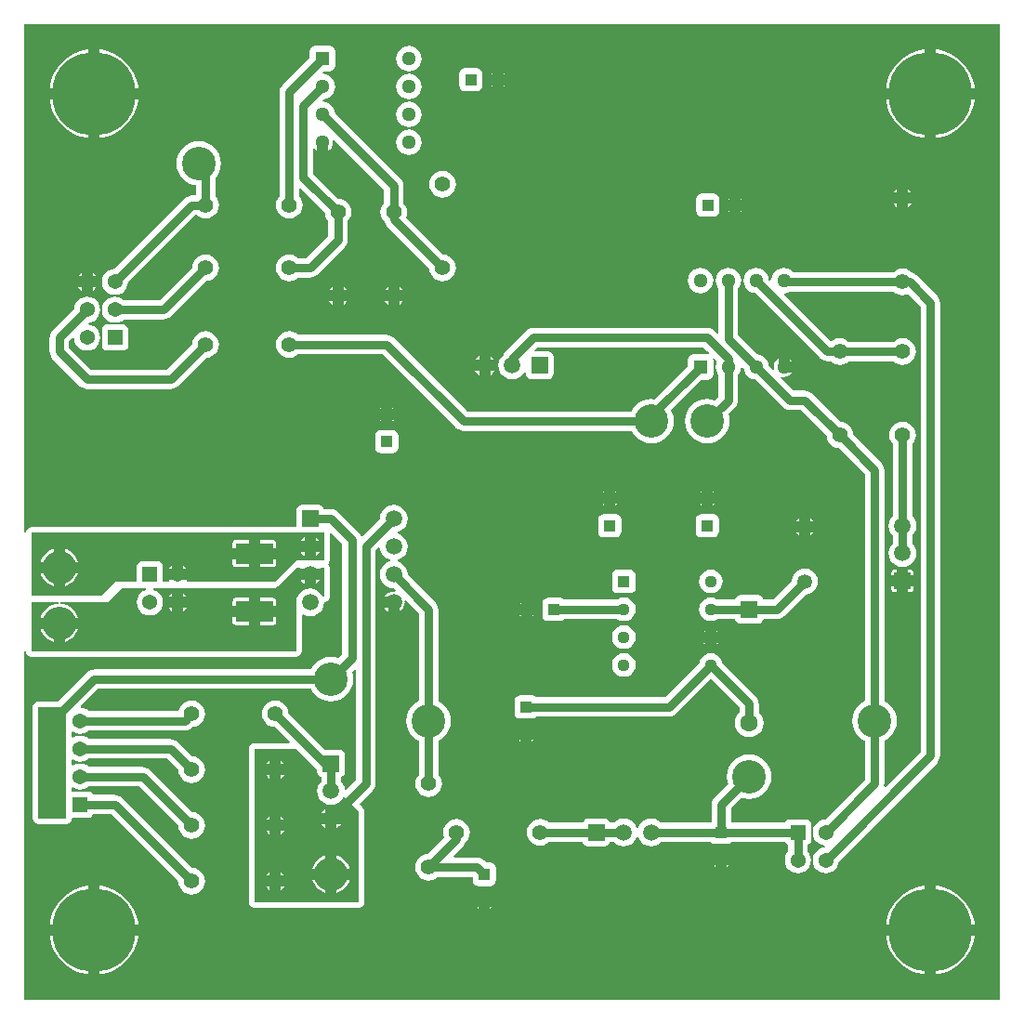
<source format=gbr>
G04 Layer_Physical_Order=1*
G04 Layer_Color=255*
%FSLAX23Y23*%
%MOIN*%
%TF.FileFunction,Copper,L1,Top,Signal*%
%TF.Part,Single*%
G01*
G75*
%TA.AperFunction,SMDPad,CuDef*%
%ADD10R,0.135X0.076*%
%TA.AperFunction,Conductor*%
%ADD11C,0.030*%
%ADD12R,0.100X0.400*%
%TA.AperFunction,ViaPad*%
%ADD13C,0.300*%
%ADD14C,0.120*%
%TA.AperFunction,ComponentPad*%
%ADD15R,0.043X0.043*%
%ADD16C,0.043*%
%ADD17R,0.043X0.043*%
%ADD18C,0.055*%
%ADD19C,0.059*%
%ADD20R,0.059X0.059*%
%ADD21C,0.054*%
%ADD22R,0.054X0.054*%
%ADD23R,0.059X0.059*%
%ADD24C,0.051*%
%ADD25R,0.051X0.051*%
%ADD26R,0.051X0.051*%
%ADD27C,0.044*%
%ADD28R,0.044X0.044*%
%ADD29C,0.059*%
%ADD30R,0.059X0.059*%
%ADD31C,0.063*%
%ADD32R,0.063X0.063*%
%ADD33C,0.053*%
G36*
X2075Y2575D02*
X1975D01*
X1900Y2500D01*
X1583D01*
X1581Y2504D01*
X1581Y2505D01*
X1550D01*
X1519D01*
X1519Y2504D01*
X1517Y2500D01*
X1497D01*
Y2552D01*
X1496Y2560D01*
X1491Y2566D01*
X1485Y2571D01*
X1477Y2572D01*
X1423D01*
X1415Y2571D01*
X1409Y2566D01*
X1404Y2560D01*
X1403Y2552D01*
Y2500D01*
X1325D01*
X1275Y2450D01*
X1025Y2450D01*
X1025Y2675D01*
X1750Y2675D01*
X2075Y2675D01*
Y2575D01*
D02*
G37*
G36*
X4500Y1000D02*
X1000D01*
Y2250D01*
X1005Y2250D01*
X1006Y2242D01*
X1011Y2236D01*
X1017Y2231D01*
X1025Y2230D01*
X1975D01*
X1983Y2231D01*
X1989Y2236D01*
X1994Y2242D01*
X1995Y2250D01*
Y2380D01*
X2000Y2383D01*
X2000Y2382D01*
X2012Y2377D01*
X2025Y2375D01*
X2038Y2377D01*
X2050Y2382D01*
X2060Y2390D01*
X2068Y2400D01*
X2073Y2412D01*
X2075Y2425D01*
X2075Y2425D01*
X2079Y2426D01*
X2081Y2427D01*
X2083Y2427D01*
X2084Y2428D01*
X2086Y2429D01*
X2088Y2431D01*
X2089Y2432D01*
X2090Y2433D01*
X2092Y2435D01*
X2092Y2437D01*
X2094Y2438D01*
X2094Y2440D01*
X2095Y2442D01*
Y2444D01*
X2095Y2446D01*
Y2550D01*
X2094Y2558D01*
X2090Y2562D01*
X2094Y2567D01*
X2095Y2575D01*
Y2673D01*
X2100Y2676D01*
X2140Y2636D01*
Y2239D01*
X2126Y2225D01*
X2116Y2229D01*
X2100Y2230D01*
X2084Y2229D01*
X2069Y2224D01*
X2056Y2217D01*
X2043Y2207D01*
X2033Y2194D01*
X2028Y2185D01*
X1250D01*
X1245Y2184D01*
X1241Y2184D01*
X1237Y2182D01*
X1233Y2180D01*
X1225Y2175D01*
X1121Y2070D01*
X1050D01*
X1042Y2069D01*
X1036Y2064D01*
X1031Y2058D01*
X1030Y2050D01*
Y1650D01*
X1031Y1642D01*
X1036Y1636D01*
X1042Y1631D01*
X1050Y1630D01*
X1150D01*
X1158Y1631D01*
X1164Y1636D01*
X1169Y1642D01*
X1170Y1649D01*
X1173Y1653D01*
X1227D01*
X1235Y1654D01*
X1241Y1659D01*
X1245Y1665D01*
X1311D01*
X1553Y1423D01*
X1554Y1413D01*
X1559Y1401D01*
X1566Y1391D01*
X1576Y1384D01*
X1588Y1379D01*
X1600Y1377D01*
X1612Y1379D01*
X1624Y1384D01*
X1634Y1391D01*
X1641Y1401D01*
X1646Y1413D01*
X1648Y1425D01*
X1646Y1437D01*
X1641Y1449D01*
X1634Y1459D01*
X1624Y1466D01*
X1612Y1471D01*
X1602Y1472D01*
X1350Y1725D01*
X1342Y1730D01*
X1334Y1734D01*
X1330Y1734D01*
X1325Y1735D01*
X1245D01*
X1241Y1741D01*
X1235Y1746D01*
X1227Y1747D01*
X1173D01*
X1170Y1749D01*
Y1759D01*
X1175Y1761D01*
X1176Y1759D01*
X1188Y1755D01*
X1200Y1753D01*
X1212Y1755D01*
X1224Y1759D01*
X1231Y1765D01*
X1411D01*
X1553Y1623D01*
X1554Y1613D01*
X1559Y1601D01*
X1566Y1591D01*
X1576Y1584D01*
X1588Y1579D01*
X1600Y1577D01*
X1612Y1579D01*
X1624Y1584D01*
X1634Y1591D01*
X1641Y1601D01*
X1646Y1613D01*
X1648Y1625D01*
X1646Y1637D01*
X1641Y1649D01*
X1634Y1659D01*
X1624Y1666D01*
X1612Y1671D01*
X1602Y1672D01*
X1450Y1825D01*
X1442Y1830D01*
X1434Y1834D01*
X1430Y1834D01*
X1425Y1835D01*
X1231D01*
X1224Y1841D01*
X1212Y1845D01*
X1200Y1847D01*
X1188Y1845D01*
X1176Y1841D01*
X1175Y1839D01*
X1170Y1841D01*
Y1859D01*
X1175Y1861D01*
X1176Y1859D01*
X1188Y1855D01*
X1200Y1853D01*
X1212Y1855D01*
X1224Y1859D01*
X1231Y1865D01*
X1511D01*
X1553Y1823D01*
X1554Y1813D01*
X1559Y1801D01*
X1566Y1791D01*
X1576Y1784D01*
X1588Y1779D01*
X1600Y1777D01*
X1612Y1779D01*
X1624Y1784D01*
X1634Y1791D01*
X1641Y1801D01*
X1646Y1813D01*
X1648Y1825D01*
X1646Y1837D01*
X1641Y1849D01*
X1634Y1859D01*
X1624Y1866D01*
X1612Y1871D01*
X1602Y1872D01*
X1550Y1925D01*
X1542Y1930D01*
X1534Y1934D01*
X1530Y1934D01*
X1525Y1935D01*
X1231D01*
X1224Y1941D01*
X1212Y1945D01*
X1200Y1947D01*
X1188Y1945D01*
X1176Y1941D01*
X1175Y1939D01*
X1170Y1941D01*
Y1959D01*
X1175Y1961D01*
X1176Y1959D01*
X1188Y1955D01*
X1200Y1953D01*
X1212Y1955D01*
X1224Y1959D01*
X1231Y1965D01*
X1575D01*
X1580Y1966D01*
X1584Y1966D01*
X1592Y1970D01*
X1600Y1975D01*
X1602Y1978D01*
X1612Y1979D01*
X1624Y1984D01*
X1634Y1991D01*
X1641Y2001D01*
X1646Y2013D01*
X1648Y2025D01*
X1646Y2037D01*
X1641Y2049D01*
X1634Y2059D01*
X1624Y2066D01*
X1612Y2071D01*
X1600Y2073D01*
X1588Y2071D01*
X1576Y2066D01*
X1566Y2059D01*
X1559Y2049D01*
X1554Y2037D01*
X1554Y2035D01*
X1231D01*
X1224Y2041D01*
X1212Y2045D01*
X1203Y2047D01*
X1201Y2052D01*
X1264Y2115D01*
X2028D01*
X2033Y2106D01*
X2043Y2093D01*
X2056Y2083D01*
X2069Y2076D01*
X2084Y2071D01*
X2100Y2070D01*
X2116Y2071D01*
X2131Y2076D01*
X2144Y2083D01*
X2157Y2093D01*
X2167Y2106D01*
X2174Y2119D01*
X2179Y2134D01*
X2180Y2150D01*
X2179Y2166D01*
X2175Y2176D01*
X2185Y2186D01*
X2190Y2184D01*
Y1789D01*
X2154Y1753D01*
X2149Y1755D01*
X2148Y1761D01*
X2143Y1773D01*
X2135Y1784D01*
X2135Y1784D01*
Y1798D01*
X2137Y1799D01*
X2144Y1803D01*
X2148Y1809D01*
X2150Y1817D01*
Y1877D01*
X2148Y1884D01*
X2144Y1891D01*
X2137Y1895D01*
X2130Y1897D01*
X2078D01*
X1947Y2027D01*
X1946Y2037D01*
X1941Y2049D01*
X1934Y2059D01*
X1924Y2066D01*
X1912Y2071D01*
X1900Y2073D01*
X1888Y2071D01*
X1876Y2066D01*
X1866Y2059D01*
X1859Y2049D01*
X1854Y2037D01*
X1852Y2025D01*
X1854Y2013D01*
X1859Y2001D01*
X1866Y1991D01*
X1876Y1984D01*
X1888Y1979D01*
X1898Y1978D01*
X1951Y1925D01*
X1949Y1920D01*
X1825D01*
X1817Y1919D01*
X1811Y1914D01*
X1806Y1908D01*
X1805Y1900D01*
Y1350D01*
X1806Y1342D01*
X1811Y1336D01*
X1817Y1331D01*
X1825Y1330D01*
X2200Y1330D01*
X2208Y1331D01*
X2214Y1336D01*
X2219Y1342D01*
X2220Y1350D01*
Y1675D01*
X2219Y1683D01*
X2214Y1689D01*
X2201Y1702D01*
X2250Y1750D01*
X2255Y1758D01*
X2259Y1766D01*
X2260Y1775D01*
Y2611D01*
X2271Y2621D01*
X2276Y2620D01*
X2277Y2612D01*
X2282Y2600D01*
X2290Y2590D01*
X2300Y2582D01*
X2311Y2578D01*
X2311Y2577D01*
Y2573D01*
X2311Y2572D01*
X2300Y2568D01*
X2290Y2560D01*
X2282Y2550D01*
X2277Y2538D01*
X2275Y2525D01*
X2277Y2512D01*
X2282Y2500D01*
X2290Y2490D01*
X2300Y2482D01*
X2312Y2477D01*
X2325Y2475D01*
X2325Y2475D01*
X2331Y2469D01*
X2329Y2464D01*
X2325Y2465D01*
X2315Y2463D01*
X2305Y2460D01*
X2297Y2453D01*
X2291Y2445D01*
X2325D01*
Y2425D01*
X2345D01*
Y2391D01*
X2353Y2397D01*
X2360Y2405D01*
X2363Y2415D01*
X2365Y2425D01*
X2364Y2429D01*
X2369Y2431D01*
X2415Y2386D01*
Y2072D01*
X2406Y2067D01*
X2393Y2057D01*
X2383Y2044D01*
X2376Y2031D01*
X2371Y2016D01*
X2370Y2000D01*
X2371Y1984D01*
X2376Y1969D01*
X2383Y1956D01*
X2393Y1943D01*
X2406Y1933D01*
X2415Y1928D01*
Y1807D01*
X2409Y1799D01*
X2404Y1787D01*
X2402Y1775D01*
X2404Y1763D01*
X2409Y1751D01*
X2416Y1741D01*
X2426Y1734D01*
X2438Y1729D01*
X2450Y1727D01*
X2462Y1729D01*
X2474Y1734D01*
X2484Y1741D01*
X2491Y1751D01*
X2496Y1763D01*
X2498Y1775D01*
X2496Y1787D01*
X2491Y1799D01*
X2485Y1807D01*
Y1928D01*
X2494Y1933D01*
X2507Y1943D01*
X2517Y1956D01*
X2524Y1969D01*
X2529Y1984D01*
X2530Y2000D01*
X2529Y2016D01*
X2524Y2031D01*
X2517Y2044D01*
X2507Y2057D01*
X2494Y2067D01*
X2485Y2072D01*
Y2400D01*
X2484Y2409D01*
X2480Y2417D01*
X2475Y2425D01*
X2375Y2525D01*
X2375Y2525D01*
X2373Y2538D01*
X2368Y2550D01*
X2360Y2560D01*
X2350Y2568D01*
X2339Y2572D01*
X2339Y2573D01*
Y2577D01*
X2339Y2578D01*
X2350Y2582D01*
X2360Y2590D01*
X2368Y2600D01*
X2373Y2612D01*
X2375Y2625D01*
X2373Y2638D01*
X2368Y2650D01*
X2360Y2660D01*
X2350Y2668D01*
X2339Y2672D01*
X2339Y2673D01*
Y2677D01*
X2339Y2678D01*
X2350Y2682D01*
X2360Y2690D01*
X2368Y2700D01*
X2373Y2712D01*
X2375Y2725D01*
X2373Y2738D01*
X2368Y2750D01*
X2360Y2760D01*
X2350Y2768D01*
X2338Y2773D01*
X2325Y2775D01*
X2312Y2773D01*
X2300Y2768D01*
X2290Y2760D01*
X2282Y2750D01*
X2277Y2738D01*
X2275Y2725D01*
X2275Y2725D01*
X2213Y2662D01*
X2207Y2663D01*
X2205Y2667D01*
X2200Y2675D01*
X2125Y2750D01*
X2117Y2755D01*
X2109Y2759D01*
X2105Y2759D01*
X2100Y2760D01*
X2073D01*
X2073Y2762D01*
X2069Y2769D01*
X2062Y2773D01*
X2055Y2775D01*
X1995D01*
X1988Y2773D01*
X1981Y2769D01*
X1977Y2762D01*
X1975Y2754D01*
Y2695D01*
X1975Y2695D01*
X1750Y2695D01*
X1025Y2695D01*
X1017Y2694D01*
X1011Y2689D01*
X1006Y2683D01*
X1005Y2675D01*
X1000Y2675D01*
Y4500D01*
X4500D01*
Y1000D01*
D02*
G37*
G36*
X2050Y1825D02*
Y1817D01*
X2052Y1809D01*
X2056Y1803D01*
X2063Y1799D01*
X2065Y1798D01*
Y1784D01*
X2065Y1784D01*
X2057Y1773D01*
X2052Y1761D01*
X2050Y1748D01*
X2052Y1736D01*
X2057Y1724D01*
X2065Y1713D01*
X2075Y1705D01*
X2087Y1700D01*
X2100Y1699D01*
X2113Y1700D01*
X2125Y1705D01*
X2135Y1713D01*
X2143Y1724D01*
X2144Y1725D01*
X2149Y1726D01*
X2200Y1675D01*
Y1350D01*
X1825Y1350D01*
Y1900D01*
X1975D01*
X2050Y1825D01*
D02*
G37*
G36*
X2075Y2446D02*
X2070Y2445D01*
X2068Y2450D01*
X2060Y2460D01*
X2050Y2468D01*
X2038Y2473D01*
X2025Y2475D01*
X2012Y2473D01*
X2000Y2468D01*
X1990Y2460D01*
X1982Y2450D01*
X1977Y2438D01*
X1975Y2425D01*
X1975D01*
Y2250D01*
X1025D01*
Y2425D01*
X1121D01*
X1122Y2420D01*
X1111Y2419D01*
X1098Y2415D01*
X1086Y2408D01*
X1075Y2400D01*
X1067Y2389D01*
X1060Y2377D01*
X1058Y2370D01*
X1125D01*
X1192D01*
X1190Y2377D01*
X1183Y2389D01*
X1175Y2400D01*
X1164Y2408D01*
X1152Y2415D01*
X1139Y2419D01*
X1128Y2420D01*
X1129Y2425D01*
X1300D01*
X1350Y2475D01*
X1436D01*
X1437Y2470D01*
X1426Y2466D01*
X1417Y2458D01*
X1409Y2449D01*
X1405Y2437D01*
X1403Y2425D01*
X1405Y2413D01*
X1409Y2401D01*
X1417Y2392D01*
X1426Y2384D01*
X1438Y2380D01*
X1450Y2378D01*
X1462Y2380D01*
X1474Y2384D01*
X1483Y2392D01*
X1491Y2401D01*
X1495Y2413D01*
X1497Y2425D01*
X1495Y2437D01*
X1491Y2449D01*
X1483Y2458D01*
X1474Y2466D01*
X1463Y2470D01*
X1464Y2475D01*
X1900D01*
X1906Y2481D01*
X1908Y2481D01*
X1914Y2486D01*
X1978Y2550D01*
X1989D01*
X1991Y2546D01*
X1991Y2545D01*
X2059D01*
X2059Y2546D01*
X2061Y2550D01*
X2075D01*
Y2446D01*
D02*
G37*
%LPC*%
G36*
X1105Y2530D02*
X1058D01*
X1060Y2523D01*
X1067Y2511D01*
X1075Y2500D01*
X1086Y2492D01*
X1098Y2485D01*
X1105Y2483D01*
Y2530D01*
D02*
G37*
G36*
X1192D02*
X1145D01*
Y2483D01*
X1152Y2485D01*
X1164Y2492D01*
X1175Y2500D01*
X1183Y2511D01*
X1190Y2523D01*
X1192Y2530D01*
D02*
G37*
G36*
X1530Y2556D02*
X1524Y2551D01*
X1519Y2545D01*
X1530D01*
Y2556D01*
D02*
G37*
G36*
X1570D02*
Y2545D01*
X1581D01*
X1576Y2551D01*
X1570Y2556D01*
D02*
G37*
G36*
X2045Y2659D02*
Y2645D01*
X2059D01*
X2053Y2653D01*
X2045Y2659D01*
D02*
G37*
G36*
X1105Y2617D02*
X1098Y2615D01*
X1086Y2608D01*
X1075Y2600D01*
X1067Y2589D01*
X1060Y2577D01*
X1058Y2570D01*
X1105D01*
Y2617D01*
D02*
G37*
G36*
X1145D02*
Y2570D01*
X1192D01*
X1190Y2577D01*
X1183Y2589D01*
X1175Y2600D01*
X1164Y2608D01*
X1152Y2615D01*
X1145Y2617D01*
D02*
G37*
G36*
X1805Y2580D02*
X1747D01*
Y2562D01*
X1748Y2558D01*
X1750Y2555D01*
X1754Y2552D01*
X1758Y2552D01*
X1805D01*
Y2580D01*
D02*
G37*
G36*
X1903D02*
X1845D01*
Y2552D01*
X1892D01*
X1896Y2552D01*
X1900Y2555D01*
X1902Y2558D01*
X1903Y2562D01*
Y2580D01*
D02*
G37*
G36*
X1892Y2648D02*
X1845D01*
Y2620D01*
X1903D01*
Y2638D01*
X1902Y2642D01*
X1900Y2645D01*
X1896Y2648D01*
X1892Y2648D01*
D02*
G37*
G36*
X2005Y2659D02*
X1997Y2653D01*
X1991Y2645D01*
X2005D01*
Y2659D01*
D02*
G37*
G36*
X1805Y2648D02*
X1758D01*
X1754Y2648D01*
X1750Y2645D01*
X1748Y2642D01*
X1747Y2638D01*
Y2620D01*
X1805D01*
Y2648D01*
D02*
G37*
G36*
X2005Y2605D02*
X1991D01*
X1997Y2597D01*
X2005Y2591D01*
Y2605D01*
D02*
G37*
G36*
X2059D02*
X2045D01*
Y2591D01*
X2053Y2597D01*
X2059Y2605D01*
D02*
G37*
G36*
X3483Y2325D02*
Y2320D01*
X3488D01*
X3486Y2323D01*
X3483Y2325D01*
D02*
G37*
G36*
X3443D02*
X3440Y2323D01*
X3437Y2320D01*
X3443D01*
Y2325D01*
D02*
G37*
G36*
X2305Y2405D02*
X2291D01*
X2297Y2397D01*
X2305Y2391D01*
Y2405D01*
D02*
G37*
G36*
X2782Y2380D02*
X2777D01*
X2779Y2377D01*
X2782Y2375D01*
Y2380D01*
D02*
G37*
G36*
X2826D02*
X2822D01*
Y2375D01*
X2824Y2377D01*
X2826Y2380D01*
D02*
G37*
G36*
X3150Y2242D02*
X3139Y2241D01*
X3129Y2237D01*
X3120Y2230D01*
X3113Y2221D01*
X3109Y2211D01*
X3108Y2200D01*
X3109Y2189D01*
X3113Y2179D01*
X3120Y2170D01*
X3129Y2163D01*
X3139Y2159D01*
X3150Y2158D01*
X3161Y2159D01*
X3171Y2163D01*
X3180Y2170D01*
X3187Y2179D01*
X3191Y2189D01*
X3192Y2200D01*
X3191Y2211D01*
X3187Y2221D01*
X3180Y2230D01*
X3171Y2237D01*
X3161Y2241D01*
X3150Y2242D01*
D02*
G37*
G36*
Y2342D02*
X3139Y2341D01*
X3129Y2337D01*
X3120Y2330D01*
X3113Y2321D01*
X3109Y2311D01*
X3108Y2300D01*
X3109Y2289D01*
X3113Y2279D01*
X3120Y2270D01*
X3129Y2263D01*
X3139Y2259D01*
X3150Y2258D01*
X3161Y2259D01*
X3171Y2263D01*
X3180Y2270D01*
X3187Y2279D01*
X3191Y2289D01*
X3192Y2300D01*
X3191Y2311D01*
X3187Y2321D01*
X3180Y2330D01*
X3171Y2337D01*
X3161Y2341D01*
X3150Y2342D01*
D02*
G37*
G36*
X2820Y1976D02*
Y1972D01*
X2825D01*
X2823Y1974D01*
X2820Y1976D01*
D02*
G37*
G36*
X2780D02*
X2777Y1974D01*
X2775Y1972D01*
X2780D01*
Y1976D01*
D02*
G37*
G36*
X3443Y2280D02*
X3437D01*
X3440Y2277D01*
X3443Y2275D01*
Y2280D01*
D02*
G37*
G36*
X3488D02*
X3483D01*
Y2275D01*
X3486Y2277D01*
X3488Y2280D01*
D02*
G37*
G36*
X3463Y2242D02*
X3452Y2241D01*
X3441Y2237D01*
X3433Y2230D01*
X3426Y2221D01*
X3422Y2211D01*
X3421Y2208D01*
X3298Y2085D01*
X2836D01*
X2836Y2086D01*
X2829Y2090D01*
X2822Y2092D01*
X2778D01*
X2771Y2090D01*
X2764Y2086D01*
X2760Y2079D01*
X2758Y2072D01*
Y2028D01*
X2760Y2021D01*
X2764Y2014D01*
X2771Y2010D01*
X2778Y2008D01*
X2822D01*
X2829Y2010D01*
X2836Y2014D01*
X2836Y2015D01*
X3313D01*
X3317Y2016D01*
X3322Y2016D01*
X3330Y2020D01*
X3337Y2025D01*
X3463Y2151D01*
X3565Y2048D01*
Y2030D01*
X3564Y2028D01*
X3555Y2018D01*
X3550Y2005D01*
X3549Y1992D01*
X3550Y1979D01*
X3555Y1966D01*
X3564Y1956D01*
X3574Y1948D01*
X3587Y1942D01*
X3600Y1941D01*
X3613Y1942D01*
X3626Y1948D01*
X3636Y1956D01*
X3645Y1966D01*
X3650Y1979D01*
X3651Y1992D01*
X3650Y2005D01*
X3645Y2018D01*
X3636Y2028D01*
X3635Y2030D01*
Y2063D01*
X3634Y2067D01*
X3634Y2072D01*
X3630Y2080D01*
X3625Y2087D01*
X3504Y2208D01*
X3503Y2211D01*
X3499Y2221D01*
X3493Y2230D01*
X3484Y2237D01*
X3474Y2241D01*
X3463Y2242D01*
D02*
G37*
G36*
X4130Y2483D02*
X4110D01*
Y2473D01*
X4111Y2470D01*
X4113Y2466D01*
X4116Y2464D01*
X4120Y2463D01*
X4130D01*
Y2483D01*
D02*
G37*
G36*
X4190D02*
X4170D01*
Y2463D01*
X4180D01*
X4184Y2464D01*
X4187Y2466D01*
X4189Y2470D01*
X4190Y2473D01*
Y2483D01*
D02*
G37*
G36*
X4180Y2543D02*
X4170D01*
Y2523D01*
X4190D01*
Y2533D01*
X4189Y2537D01*
X4187Y2540D01*
X4184Y2542D01*
X4180Y2543D01*
D02*
G37*
G36*
X4130D02*
X4120D01*
X4116Y2542D01*
X4113Y2540D01*
X4111Y2537D01*
X4110Y2533D01*
Y2523D01*
X4130D01*
Y2543D01*
D02*
G37*
G36*
X2822Y2425D02*
Y2420D01*
X2826D01*
X2824Y2423D01*
X2822Y2425D01*
D02*
G37*
G36*
X3150Y2442D02*
X3139Y2441D01*
X3129Y2437D01*
X3127Y2435D01*
X2936D01*
X2936Y2436D01*
X2929Y2440D01*
X2922Y2442D01*
X2878D01*
X2871Y2440D01*
X2864Y2436D01*
X2860Y2429D01*
X2858Y2422D01*
Y2378D01*
X2860Y2371D01*
X2864Y2364D01*
X2871Y2360D01*
X2878Y2358D01*
X2922D01*
X2929Y2360D01*
X2936Y2364D01*
X2936Y2365D01*
X3127D01*
X3129Y2363D01*
X3139Y2359D01*
X3150Y2358D01*
X3161Y2359D01*
X3171Y2363D01*
X3180Y2370D01*
X3187Y2379D01*
X3191Y2389D01*
X3192Y2400D01*
X3191Y2411D01*
X3187Y2421D01*
X3180Y2430D01*
X3171Y2437D01*
X3161Y2441D01*
X3150Y2442D01*
D02*
G37*
G36*
X2782Y2425D02*
X2779Y2423D01*
X2777Y2420D01*
X2782D01*
Y2425D01*
D02*
G37*
G36*
X3800Y2547D02*
X3788Y2545D01*
X3777Y2540D01*
X3767Y2533D01*
X3760Y2523D01*
X3755Y2512D01*
X3754Y2503D01*
X3686Y2435D01*
X3651D01*
X3650Y2439D01*
X3645Y2445D01*
X3639Y2450D01*
X3631Y2451D01*
X3569D01*
X3561Y2450D01*
X3555Y2445D01*
X3550Y2439D01*
X3549Y2435D01*
X3486D01*
X3484Y2437D01*
X3474Y2441D01*
X3463Y2442D01*
X3452Y2441D01*
X3441Y2437D01*
X3433Y2430D01*
X3426Y2421D01*
X3422Y2411D01*
X3420Y2400D01*
X3422Y2389D01*
X3426Y2379D01*
X3433Y2370D01*
X3441Y2363D01*
X3452Y2359D01*
X3463Y2358D01*
X3474Y2359D01*
X3484Y2363D01*
X3486Y2365D01*
X3549D01*
X3550Y2361D01*
X3555Y2355D01*
X3561Y2350D01*
X3569Y2349D01*
X3631D01*
X3639Y2350D01*
X3645Y2355D01*
X3650Y2361D01*
X3651Y2365D01*
X3700D01*
X3705Y2366D01*
X3709Y2366D01*
X3717Y2370D01*
X3725Y2375D01*
X3803Y2454D01*
X3812Y2455D01*
X3823Y2460D01*
X3833Y2467D01*
X3840Y2477D01*
X3845Y2488D01*
X3847Y2500D01*
X3845Y2512D01*
X3840Y2523D01*
X3833Y2533D01*
X3823Y2540D01*
X3812Y2545D01*
X3800Y2547D01*
D02*
G37*
G36*
X3172Y2542D02*
X3128D01*
X3120Y2541D01*
X3114Y2536D01*
X3109Y2530D01*
X3108Y2522D01*
Y2478D01*
X3109Y2470D01*
X3114Y2464D01*
X3120Y2459D01*
X3128Y2458D01*
X3172D01*
X3180Y2459D01*
X3186Y2464D01*
X3191Y2470D01*
X3192Y2478D01*
Y2522D01*
X3191Y2530D01*
X3186Y2536D01*
X3180Y2541D01*
X3172Y2542D01*
D02*
G37*
G36*
X3463Y2542D02*
X3452Y2541D01*
X3441Y2537D01*
X3433Y2530D01*
X3426Y2521D01*
X3422Y2511D01*
X3420Y2500D01*
X3422Y2489D01*
X3426Y2479D01*
X3433Y2470D01*
X3441Y2463D01*
X3452Y2459D01*
X3463Y2458D01*
X3474Y2459D01*
X3484Y2463D01*
X3493Y2470D01*
X3499Y2479D01*
X3503Y2489D01*
X3505Y2500D01*
X3503Y2511D01*
X3499Y2521D01*
X3493Y2530D01*
X3484Y2537D01*
X3474Y2541D01*
X3463Y2542D01*
D02*
G37*
G36*
X2630Y1375D02*
X2627Y1373D01*
X2625Y1371D01*
X2630D01*
Y1375D01*
D02*
G37*
G36*
X2670D02*
Y1371D01*
X2675D01*
X2673Y1373D01*
X2670Y1375D01*
D02*
G37*
G36*
X2550Y1648D02*
X2538Y1646D01*
X2526Y1641D01*
X2516Y1634D01*
X2509Y1624D01*
X2504Y1612D01*
X2502Y1600D01*
X2504Y1588D01*
X2507Y1581D01*
X2448Y1522D01*
X2438Y1521D01*
X2426Y1516D01*
X2416Y1509D01*
X2409Y1499D01*
X2404Y1487D01*
X2402Y1475D01*
X2404Y1463D01*
X2409Y1451D01*
X2416Y1441D01*
X2426Y1434D01*
X2438Y1429D01*
X2450Y1427D01*
X2462Y1429D01*
X2474Y1434D01*
X2482Y1440D01*
X2608D01*
Y1428D01*
X2610Y1420D01*
X2614Y1413D01*
X2621Y1409D01*
X2628Y1407D01*
X2672D01*
X2679Y1409D01*
X2686Y1413D01*
X2690Y1420D01*
X2692Y1428D01*
Y1471D01*
X2690Y1479D01*
X2686Y1485D01*
X2679Y1489D01*
X2672Y1491D01*
X2658D01*
X2649Y1500D01*
X2642Y1505D01*
X2633Y1509D01*
X2629Y1509D01*
X2624Y1510D01*
X2541D01*
X2539Y1515D01*
X2575Y1550D01*
X2580Y1558D01*
X2584Y1566D01*
X2584Y1567D01*
X2591Y1576D01*
X2596Y1588D01*
X2598Y1600D01*
X2596Y1612D01*
X2591Y1624D01*
X2584Y1634D01*
X2574Y1641D01*
X2562Y1646D01*
X2550Y1648D01*
D02*
G37*
G36*
X4409Y1230D02*
X4270D01*
Y1091D01*
X4275Y1091D01*
X4300Y1097D01*
X4323Y1107D01*
X4344Y1120D01*
X4363Y1137D01*
X4380Y1156D01*
X4393Y1177D01*
X4403Y1200D01*
X4409Y1225D01*
X4409Y1230D01*
D02*
G37*
G36*
X1230Y1409D02*
X1225Y1409D01*
X1200Y1403D01*
X1177Y1393D01*
X1156Y1380D01*
X1137Y1363D01*
X1120Y1344D01*
X1107Y1323D01*
X1097Y1300D01*
X1091Y1275D01*
X1091Y1270D01*
X1230D01*
Y1409D01*
D02*
G37*
G36*
X4230Y1230D02*
X4091D01*
X4091Y1225D01*
X4097Y1200D01*
X4107Y1177D01*
X4120Y1156D01*
X4137Y1137D01*
X4156Y1120D01*
X4177Y1107D01*
X4200Y1097D01*
X4225Y1091D01*
X4230Y1091D01*
Y1230D01*
D02*
G37*
G36*
X1230D02*
X1091D01*
X1091Y1225D01*
X1097Y1200D01*
X1107Y1177D01*
X1120Y1156D01*
X1137Y1137D01*
X1156Y1120D01*
X1177Y1107D01*
X1200Y1097D01*
X1225Y1091D01*
X1230Y1091D01*
Y1230D01*
D02*
G37*
G36*
X1409D02*
X1270D01*
Y1091D01*
X1275Y1091D01*
X1300Y1097D01*
X1323Y1107D01*
X1344Y1120D01*
X1363Y1137D01*
X1380Y1156D01*
X1393Y1177D01*
X1403Y1200D01*
X1409Y1225D01*
X1409Y1230D01*
D02*
G37*
G36*
X2630Y1331D02*
X2625D01*
X2627Y1328D01*
X2630Y1326D01*
Y1331D01*
D02*
G37*
G36*
X2675D02*
X2670D01*
Y1326D01*
X2673Y1328D01*
X2675Y1331D01*
D02*
G37*
G36*
X4270Y1409D02*
Y1270D01*
X4409D01*
X4409Y1275D01*
X4403Y1300D01*
X4393Y1323D01*
X4380Y1344D01*
X4363Y1363D01*
X4344Y1380D01*
X4323Y1393D01*
X4300Y1403D01*
X4275Y1409D01*
X4270Y1409D01*
D02*
G37*
G36*
X1270D02*
Y1270D01*
X1409D01*
X1409Y1275D01*
X1403Y1300D01*
X1393Y1323D01*
X1380Y1344D01*
X1363Y1363D01*
X1344Y1380D01*
X1323Y1393D01*
X1300Y1403D01*
X1275Y1409D01*
X1270Y1409D01*
D02*
G37*
G36*
X4230D02*
X4225Y1409D01*
X4200Y1403D01*
X4177Y1393D01*
X4156Y1380D01*
X4137Y1363D01*
X4120Y1344D01*
X4107Y1323D01*
X4097Y1300D01*
X4091Y1275D01*
X4091Y1270D01*
X4230D01*
Y1409D01*
D02*
G37*
G36*
X3600Y1880D02*
X3584Y1879D01*
X3569Y1874D01*
X3556Y1867D01*
X3543Y1857D01*
X3533Y1844D01*
X3526Y1831D01*
X3521Y1816D01*
X3520Y1800D01*
X3521Y1784D01*
X3525Y1774D01*
X3475Y1725D01*
X3470Y1717D01*
X3466Y1709D01*
X3466Y1705D01*
X3465Y1700D01*
Y1636D01*
X3464Y1636D01*
X3464Y1635D01*
X3284D01*
X3284Y1635D01*
X3273Y1643D01*
X3261Y1648D01*
X3248Y1650D01*
X3236Y1648D01*
X3224Y1643D01*
X3213Y1635D01*
X3205Y1625D01*
X3202Y1617D01*
X3197D01*
X3193Y1625D01*
X3185Y1635D01*
X3175Y1643D01*
X3163Y1648D01*
X3150Y1650D01*
X3137Y1648D01*
X3125Y1643D01*
X3115Y1635D01*
X3115Y1635D01*
X3100D01*
X3100Y1637D01*
X3095Y1644D01*
X3089Y1648D01*
X3081Y1650D01*
X3022D01*
X3014Y1648D01*
X3008Y1644D01*
X3003Y1637D01*
X3003Y1635D01*
X2882D01*
X2874Y1641D01*
X2862Y1646D01*
X2850Y1648D01*
X2838Y1646D01*
X2826Y1641D01*
X2816Y1634D01*
X2809Y1624D01*
X2804Y1612D01*
X2802Y1600D01*
X2804Y1588D01*
X2809Y1576D01*
X2816Y1566D01*
X2826Y1559D01*
X2838Y1554D01*
X2850Y1552D01*
X2862Y1554D01*
X2874Y1559D01*
X2882Y1565D01*
X3003D01*
X3003Y1563D01*
X3008Y1556D01*
X3014Y1552D01*
X3022Y1550D01*
X3081D01*
X3089Y1552D01*
X3095Y1556D01*
X3100Y1563D01*
X3100Y1565D01*
X3115D01*
X3115Y1565D01*
X3125Y1557D01*
X3137Y1552D01*
X3150Y1550D01*
X3163Y1552D01*
X3175Y1557D01*
X3185Y1565D01*
X3193Y1575D01*
X3197Y1583D01*
X3202D01*
X3205Y1575D01*
X3213Y1565D01*
X3224Y1557D01*
X3236Y1552D01*
X3248Y1550D01*
X3261Y1552D01*
X3273Y1557D01*
X3284Y1565D01*
X3284Y1565D01*
X3464D01*
X3464Y1564D01*
X3471Y1560D01*
X3478Y1558D01*
X3522D01*
X3529Y1560D01*
X3536Y1564D01*
X3536Y1565D01*
X3730D01*
X3734Y1559D01*
X3740Y1555D01*
Y1531D01*
X3734Y1524D01*
X3730Y1512D01*
X3728Y1500D01*
X3730Y1488D01*
X3734Y1476D01*
X3742Y1467D01*
X3751Y1459D01*
X3763Y1455D01*
X3775Y1453D01*
X3787Y1455D01*
X3799Y1459D01*
X3808Y1467D01*
X3816Y1476D01*
X3820Y1488D01*
X3822Y1500D01*
X3820Y1512D01*
X3816Y1524D01*
X3810Y1531D01*
Y1555D01*
X3816Y1559D01*
X3821Y1565D01*
X3822Y1573D01*
Y1627D01*
X3821Y1635D01*
X3816Y1641D01*
X3810Y1646D01*
X3802Y1647D01*
X3748D01*
X3740Y1646D01*
X3734Y1641D01*
X3730Y1635D01*
X3536D01*
X3536Y1636D01*
X3535Y1636D01*
Y1686D01*
X3574Y1725D01*
X3584Y1721D01*
X3600Y1720D01*
X3616Y1721D01*
X3631Y1726D01*
X3644Y1733D01*
X3657Y1743D01*
X3667Y1756D01*
X3674Y1769D01*
X3679Y1784D01*
X3680Y1800D01*
X3679Y1816D01*
X3674Y1831D01*
X3667Y1844D01*
X3657Y1857D01*
X3644Y1867D01*
X3631Y1874D01*
X3616Y1879D01*
X3600Y1880D01*
D02*
G37*
G36*
X2780Y1932D02*
X2775D01*
X2777Y1929D01*
X2780Y1927D01*
Y1932D01*
D02*
G37*
G36*
X2825D02*
X2820D01*
Y1927D01*
X2823Y1929D01*
X2825Y1932D01*
D02*
G37*
G36*
X3480Y1526D02*
X3477Y1524D01*
X3475Y1522D01*
X3480D01*
Y1526D01*
D02*
G37*
G36*
X3520D02*
Y1522D01*
X3525D01*
X3523Y1524D01*
X3520Y1526D01*
D02*
G37*
G36*
X3525Y1482D02*
X3520D01*
Y1477D01*
X3523Y1479D01*
X3525Y1482D01*
D02*
G37*
G36*
X3480D02*
X3475D01*
X3477Y1479D01*
X3480Y1477D01*
Y1482D01*
D02*
G37*
G36*
X3472Y3892D02*
X3429D01*
X3421Y3890D01*
X3415Y3886D01*
X3411Y3879D01*
X3409Y3872D01*
Y3828D01*
X3411Y3821D01*
X3415Y3814D01*
X3421Y3810D01*
X3429Y3808D01*
X3472D01*
X3480Y3810D01*
X3487Y3814D01*
X3491Y3821D01*
X3493Y3828D01*
Y3872D01*
X3491Y3879D01*
X3487Y3886D01*
X3480Y3890D01*
X3472Y3892D01*
D02*
G37*
G36*
X3529Y3830D02*
X3525D01*
X3527Y3827D01*
X3529Y3825D01*
Y3830D01*
D02*
G37*
G36*
X1625Y4080D02*
X1609Y4079D01*
X1594Y4074D01*
X1581Y4067D01*
X1568Y4057D01*
X1558Y4044D01*
X1551Y4031D01*
X1546Y4016D01*
X1545Y4000D01*
X1546Y3984D01*
X1551Y3969D01*
X1558Y3956D01*
X1568Y3943D01*
X1581Y3933D01*
X1594Y3926D01*
X1609Y3921D01*
X1615Y3921D01*
Y3885D01*
X1600D01*
X1591Y3884D01*
X1583Y3880D01*
X1575Y3875D01*
X1322Y3622D01*
X1313Y3620D01*
X1301Y3616D01*
X1292Y3608D01*
X1284Y3599D01*
X1280Y3587D01*
X1278Y3575D01*
X1280Y3563D01*
X1284Y3551D01*
X1292Y3542D01*
X1301Y3534D01*
X1313Y3530D01*
X1325Y3528D01*
X1337Y3530D01*
X1349Y3534D01*
X1358Y3542D01*
X1366Y3551D01*
X1370Y3563D01*
X1372Y3572D01*
X1614Y3815D01*
X1618D01*
X1626Y3809D01*
X1638Y3804D01*
X1650Y3802D01*
X1662Y3804D01*
X1674Y3809D01*
X1684Y3816D01*
X1691Y3826D01*
X1696Y3838D01*
X1698Y3850D01*
X1696Y3862D01*
X1691Y3874D01*
X1685Y3882D01*
Y3947D01*
X1692Y3956D01*
X1699Y3969D01*
X1704Y3984D01*
X1705Y4000D01*
X1704Y4016D01*
X1699Y4031D01*
X1692Y4044D01*
X1682Y4057D01*
X1669Y4067D01*
X1656Y4074D01*
X1641Y4079D01*
X1625Y4080D01*
D02*
G37*
G36*
X1205Y3606D02*
X1199Y3601D01*
X1194Y3595D01*
X1205D01*
Y3606D01*
D02*
G37*
G36*
X1245D02*
Y3595D01*
X1256D01*
X1251Y3601D01*
X1245Y3606D01*
D02*
G37*
G36*
X3529Y3875D02*
X3527Y3873D01*
X3525Y3870D01*
X3529D01*
Y3875D01*
D02*
G37*
G36*
X3569D02*
Y3870D01*
X3574D01*
X3572Y3873D01*
X3569Y3875D01*
D02*
G37*
G36*
X4182Y3855D02*
X4170D01*
Y3843D01*
X4177Y3848D01*
X4182Y3855D01*
D02*
G37*
G36*
X3574Y3830D02*
X3569D01*
Y3825D01*
X3572Y3827D01*
X3574Y3830D01*
D02*
G37*
G36*
X4130Y3855D02*
X4118D01*
X4123Y3848D01*
X4130Y3843D01*
Y3855D01*
D02*
G37*
G36*
X1256Y3555D02*
X1245D01*
Y3544D01*
X1251Y3549D01*
X1256Y3555D01*
D02*
G37*
G36*
X2105Y3557D02*
X2098Y3552D01*
X2093Y3545D01*
X2105D01*
Y3557D01*
D02*
G37*
G36*
X1205Y3555D02*
X1194D01*
X1199Y3549D01*
X1205Y3544D01*
Y3555D01*
D02*
G37*
G36*
X1650Y3673D02*
X1638Y3671D01*
X1626Y3666D01*
X1616Y3659D01*
X1609Y3649D01*
X1604Y3637D01*
X1603Y3627D01*
X1486Y3510D01*
X1356D01*
X1349Y3516D01*
X1337Y3520D01*
X1325Y3522D01*
X1313Y3520D01*
X1301Y3516D01*
X1292Y3508D01*
X1284Y3499D01*
X1280Y3487D01*
X1278Y3475D01*
X1280Y3463D01*
X1284Y3451D01*
X1292Y3442D01*
X1301Y3434D01*
X1313Y3430D01*
X1325Y3428D01*
X1337Y3430D01*
X1349Y3434D01*
X1356Y3440D01*
X1500D01*
X1505Y3441D01*
X1509Y3441D01*
X1517Y3445D01*
X1525Y3450D01*
X1652Y3578D01*
X1662Y3579D01*
X1674Y3584D01*
X1684Y3591D01*
X1691Y3601D01*
X1696Y3613D01*
X1698Y3625D01*
X1696Y3637D01*
X1691Y3649D01*
X1684Y3659D01*
X1674Y3666D01*
X1662Y3671D01*
X1650Y3673D01*
D02*
G37*
G36*
X3425Y3626D02*
X3413Y3624D01*
X3402Y3620D01*
X3393Y3612D01*
X3385Y3603D01*
X3381Y3592D01*
X3379Y3580D01*
X3381Y3568D01*
X3385Y3557D01*
X3393Y3548D01*
X3402Y3540D01*
X3413Y3536D01*
X3425Y3534D01*
X3437Y3536D01*
X3448Y3540D01*
X3457Y3548D01*
X3465Y3557D01*
X3469Y3568D01*
X3471Y3580D01*
X3469Y3592D01*
X3465Y3603D01*
X3457Y3612D01*
X3448Y3620D01*
X3437Y3624D01*
X3425Y3626D01*
D02*
G37*
G36*
X2096Y4421D02*
X2044D01*
X2037Y4419D01*
X2030Y4415D01*
X2026Y4408D01*
X2024Y4401D01*
Y4379D01*
X1925Y4280D01*
X1920Y4272D01*
X1916Y4264D01*
X1916Y4259D01*
X1915Y4255D01*
Y3882D01*
X1909Y3874D01*
X1904Y3862D01*
X1902Y3850D01*
X1904Y3838D01*
X1909Y3826D01*
X1916Y3816D01*
X1926Y3809D01*
X1938Y3804D01*
X1950Y3802D01*
X1962Y3804D01*
X1974Y3809D01*
X1984Y3816D01*
X1991Y3826D01*
X1996Y3838D01*
X1998Y3850D01*
X1996Y3862D01*
X1991Y3874D01*
X1985Y3882D01*
Y3909D01*
X1990Y3911D01*
X2078Y3823D01*
X2079Y3813D01*
X2084Y3801D01*
X2090Y3793D01*
Y3739D01*
X2011Y3660D01*
X1982D01*
X1974Y3666D01*
X1962Y3671D01*
X1950Y3673D01*
X1938Y3671D01*
X1926Y3666D01*
X1916Y3659D01*
X1909Y3649D01*
X1904Y3637D01*
X1902Y3625D01*
X1904Y3613D01*
X1909Y3601D01*
X1916Y3591D01*
X1926Y3584D01*
X1938Y3579D01*
X1950Y3577D01*
X1962Y3579D01*
X1974Y3584D01*
X1982Y3590D01*
X2025D01*
X2030Y3591D01*
X2034Y3591D01*
X2042Y3595D01*
X2050Y3600D01*
X2150Y3700D01*
X2155Y3708D01*
X2159Y3716D01*
X2160Y3725D01*
Y3793D01*
X2166Y3801D01*
X2171Y3813D01*
X2173Y3825D01*
X2171Y3837D01*
X2166Y3849D01*
X2159Y3859D01*
X2149Y3866D01*
X2137Y3871D01*
X2127Y3872D01*
X2035Y3964D01*
Y4054D01*
X2040Y4055D01*
X2045Y4050D01*
X2050Y4045D01*
Y4075D01*
X2090D01*
Y4045D01*
X2096Y4050D01*
X2101Y4057D01*
X2105Y4066D01*
X2106Y4075D01*
X2105Y4084D01*
X2107Y4085D01*
X2110Y4086D01*
X2290Y3906D01*
Y3857D01*
X2284Y3849D01*
X2279Y3837D01*
X2277Y3825D01*
X2279Y3813D01*
X2284Y3801D01*
X2291Y3792D01*
X2291Y3791D01*
X2295Y3783D01*
X2300Y3775D01*
X2453Y3623D01*
X2454Y3613D01*
X2459Y3601D01*
X2466Y3591D01*
X2476Y3584D01*
X2488Y3579D01*
X2500Y3577D01*
X2512Y3579D01*
X2524Y3584D01*
X2534Y3591D01*
X2541Y3601D01*
X2546Y3613D01*
X2548Y3625D01*
X2546Y3637D01*
X2541Y3649D01*
X2534Y3659D01*
X2524Y3666D01*
X2512Y3671D01*
X2502Y3672D01*
X2368Y3806D01*
X2371Y3813D01*
X2373Y3825D01*
X2371Y3837D01*
X2366Y3849D01*
X2360Y3857D01*
Y3920D01*
X2359Y3929D01*
X2355Y3938D01*
X2350Y3945D01*
X2115Y4179D01*
X2114Y4187D01*
X2110Y4198D01*
X2102Y4207D01*
X2093Y4215D01*
X2082Y4219D01*
X2072Y4221D01*
X2070Y4226D01*
X2074Y4230D01*
X2082Y4231D01*
X2093Y4235D01*
X2102Y4243D01*
X2110Y4252D01*
X2114Y4263D01*
X2116Y4275D01*
X2114Y4287D01*
X2110Y4298D01*
X2102Y4307D01*
X2093Y4315D01*
X2082Y4319D01*
X2072Y4321D01*
X2070Y4326D01*
X2074Y4329D01*
X2096D01*
X2104Y4331D01*
X2110Y4335D01*
X2114Y4342D01*
X2116Y4349D01*
Y4401D01*
X2114Y4408D01*
X2110Y4415D01*
X2104Y4419D01*
X2096Y4421D01*
D02*
G37*
G36*
X3725Y3626D02*
X3713Y3624D01*
X3702Y3620D01*
X3693Y3612D01*
X3685Y3603D01*
X3681Y3592D01*
X3679Y3582D01*
X3674Y3580D01*
X3670Y3584D01*
X3669Y3592D01*
X3665Y3603D01*
X3657Y3612D01*
X3648Y3620D01*
X3637Y3624D01*
X3625Y3626D01*
X3613Y3624D01*
X3602Y3620D01*
X3593Y3612D01*
X3585Y3603D01*
X3581Y3592D01*
X3579Y3580D01*
X3581Y3568D01*
X3585Y3557D01*
X3593Y3548D01*
X3602Y3540D01*
X3613Y3536D01*
X3621Y3535D01*
X3855Y3300D01*
X3862Y3295D01*
X3871Y3291D01*
X3880Y3290D01*
X3893D01*
X3901Y3284D01*
X3913Y3279D01*
X3925Y3277D01*
X3937Y3279D01*
X3949Y3284D01*
X3957Y3290D01*
X4118D01*
X4126Y3284D01*
X4138Y3279D01*
X4150Y3277D01*
X4162Y3279D01*
X4174Y3284D01*
X4184Y3291D01*
X4191Y3301D01*
X4196Y3313D01*
X4198Y3325D01*
X4196Y3337D01*
X4191Y3349D01*
X4184Y3359D01*
X4174Y3366D01*
X4162Y3371D01*
X4150Y3373D01*
X4138Y3371D01*
X4126Y3366D01*
X4118Y3360D01*
X3957D01*
X3949Y3366D01*
X3937Y3371D01*
X3925Y3373D01*
X3913Y3371D01*
X3901Y3366D01*
X3894Y3361D01*
X3725Y3529D01*
X3727Y3534D01*
X3737Y3536D01*
X3747Y3540D01*
X4118D01*
X4126Y3534D01*
X4138Y3529D01*
X4150Y3527D01*
X4162Y3529D01*
X4169Y3532D01*
X4215Y3486D01*
Y1889D01*
X4088Y1762D01*
X4083Y1765D01*
X4084Y1766D01*
X4085Y1775D01*
Y1928D01*
X4094Y1933D01*
X4107Y1943D01*
X4117Y1956D01*
X4124Y1969D01*
X4129Y1984D01*
X4130Y2000D01*
X4129Y2016D01*
X4124Y2031D01*
X4117Y2044D01*
X4107Y2057D01*
X4094Y2067D01*
X4085Y2072D01*
Y2900D01*
X4084Y2909D01*
X4080Y2917D01*
X4075Y2925D01*
X3972Y3027D01*
X3971Y3037D01*
X3966Y3049D01*
X3959Y3059D01*
X3949Y3066D01*
X3937Y3071D01*
X3927Y3072D01*
X3825Y3175D01*
X3817Y3180D01*
X3809Y3184D01*
X3805Y3184D01*
X3800Y3185D01*
X3760D01*
X3714Y3231D01*
X3715Y3233D01*
X3716Y3235D01*
X3725Y3234D01*
X3734Y3235D01*
X3743Y3239D01*
X3750Y3245D01*
X3755Y3250D01*
X3725D01*
Y3270D01*
X3705D01*
Y3300D01*
X3700Y3296D01*
X3694Y3288D01*
X3690Y3279D01*
X3689Y3270D01*
X3690Y3262D01*
X3688Y3260D01*
X3686Y3259D01*
X3670Y3274D01*
X3669Y3282D01*
X3665Y3293D01*
X3657Y3302D01*
X3648Y3310D01*
X3637Y3314D01*
X3629Y3315D01*
X3560Y3385D01*
Y3551D01*
X3565Y3557D01*
X3569Y3568D01*
X3571Y3580D01*
X3569Y3592D01*
X3565Y3603D01*
X3557Y3612D01*
X3548Y3620D01*
X3537Y3624D01*
X3525Y3626D01*
X3513Y3624D01*
X3502Y3620D01*
X3493Y3612D01*
X3485Y3603D01*
X3481Y3592D01*
X3479Y3580D01*
X3481Y3568D01*
X3485Y3557D01*
X3490Y3551D01*
Y3391D01*
X3485Y3389D01*
X3475Y3400D01*
X3467Y3405D01*
X3459Y3409D01*
X3455Y3409D01*
X3450Y3410D01*
X2825D01*
X2820Y3409D01*
X2816Y3409D01*
X2808Y3405D01*
X2800Y3400D01*
X2725Y3325D01*
X2720Y3317D01*
X2718Y3312D01*
X2715Y3310D01*
X2707Y3300D01*
X2702Y3288D01*
X2700Y3275D01*
X2702Y3262D01*
X2707Y3250D01*
X2715Y3240D01*
X2725Y3232D01*
X2737Y3227D01*
X2750Y3225D01*
X2763Y3227D01*
X2775Y3232D01*
X2785Y3240D01*
X2793Y3250D01*
X2794Y3251D01*
X2799Y3250D01*
Y3245D01*
X2800Y3238D01*
X2805Y3231D01*
X2811Y3227D01*
X2819Y3225D01*
X2878D01*
X2886Y3227D01*
X2892Y3231D01*
X2897Y3238D01*
X2898Y3245D01*
Y3305D01*
X2897Y3312D01*
X2892Y3319D01*
X2886Y3323D01*
X2878Y3325D01*
X2831D01*
X2829Y3329D01*
X2839Y3340D01*
X3436D01*
X3450Y3326D01*
X3451Y3325D01*
X3455Y3320D01*
X3453Y3315D01*
X3451Y3316D01*
X3399D01*
X3392Y3314D01*
X3385Y3310D01*
X3381Y3304D01*
X3379Y3296D01*
Y3274D01*
X3260Y3154D01*
X3250Y3155D01*
X3234Y3154D01*
X3219Y3149D01*
X3206Y3142D01*
X3193Y3132D01*
X3183Y3119D01*
X3178Y3110D01*
X2589D01*
X2325Y3375D01*
X2317Y3380D01*
X2309Y3384D01*
X2305Y3384D01*
X2300Y3385D01*
X1982D01*
X1974Y3391D01*
X1962Y3396D01*
X1950Y3398D01*
X1938Y3396D01*
X1926Y3391D01*
X1916Y3384D01*
X1909Y3374D01*
X1904Y3362D01*
X1902Y3350D01*
X1904Y3338D01*
X1909Y3326D01*
X1916Y3316D01*
X1926Y3309D01*
X1938Y3304D01*
X1950Y3302D01*
X1962Y3304D01*
X1974Y3309D01*
X1982Y3315D01*
X2286D01*
X2550Y3050D01*
X2558Y3045D01*
X2566Y3041D01*
X2575Y3040D01*
X3178D01*
X3183Y3031D01*
X3193Y3018D01*
X3206Y3008D01*
X3219Y3001D01*
X3234Y2996D01*
X3250Y2995D01*
X3266Y2996D01*
X3281Y3001D01*
X3294Y3008D01*
X3307Y3018D01*
X3317Y3031D01*
X3324Y3044D01*
X3329Y3059D01*
X3330Y3075D01*
X3329Y3091D01*
X3324Y3106D01*
X3319Y3115D01*
X3429Y3224D01*
X3451D01*
X3458Y3226D01*
X3465Y3230D01*
X3469Y3237D01*
X3471Y3244D01*
Y3296D01*
X3470Y3298D01*
X3475Y3300D01*
X3484Y3291D01*
X3481Y3282D01*
X3479Y3270D01*
X3481Y3258D01*
X3485Y3247D01*
X3490Y3241D01*
Y3164D01*
X3476Y3150D01*
X3466Y3154D01*
X3450Y3155D01*
X3434Y3154D01*
X3419Y3149D01*
X3406Y3142D01*
X3393Y3132D01*
X3383Y3119D01*
X3376Y3106D01*
X3371Y3091D01*
X3370Y3075D01*
X3371Y3059D01*
X3376Y3044D01*
X3383Y3031D01*
X3393Y3018D01*
X3406Y3008D01*
X3419Y3001D01*
X3434Y2996D01*
X3450Y2995D01*
X3466Y2996D01*
X3481Y3001D01*
X3494Y3008D01*
X3507Y3018D01*
X3517Y3031D01*
X3524Y3044D01*
X3529Y3059D01*
X3530Y3075D01*
X3529Y3091D01*
X3525Y3101D01*
X3550Y3125D01*
X3555Y3133D01*
X3559Y3141D01*
X3559Y3145D01*
X3560Y3150D01*
Y3241D01*
X3565Y3247D01*
X3569Y3258D01*
X3571Y3268D01*
X3576Y3270D01*
X3580Y3266D01*
X3581Y3258D01*
X3585Y3247D01*
X3593Y3238D01*
X3602Y3230D01*
X3613Y3226D01*
X3621Y3225D01*
X3720Y3125D01*
X3728Y3120D01*
X3736Y3116D01*
X3745Y3115D01*
X3786D01*
X3878Y3023D01*
X3879Y3013D01*
X3884Y3001D01*
X3891Y2991D01*
X3901Y2984D01*
X3913Y2979D01*
X3923Y2978D01*
X4015Y2886D01*
Y2072D01*
X4006Y2067D01*
X3993Y2057D01*
X3983Y2044D01*
X3976Y2031D01*
X3971Y2016D01*
X3970Y2000D01*
X3971Y1984D01*
X3976Y1969D01*
X3983Y1956D01*
X3993Y1943D01*
X4006Y1933D01*
X4015Y1928D01*
Y1789D01*
X3872Y1647D01*
X3863Y1645D01*
X3851Y1641D01*
X3842Y1633D01*
X3834Y1624D01*
X3830Y1612D01*
X3828Y1600D01*
X3830Y1588D01*
X3834Y1576D01*
X3842Y1567D01*
X3851Y1559D01*
X3863Y1555D01*
X3868Y1554D01*
X3871Y1548D01*
X3869Y1546D01*
X3863Y1545D01*
X3851Y1541D01*
X3842Y1533D01*
X3834Y1524D01*
X3830Y1512D01*
X3828Y1500D01*
X3830Y1488D01*
X3834Y1476D01*
X3842Y1467D01*
X3851Y1459D01*
X3863Y1455D01*
X3875Y1453D01*
X3887Y1455D01*
X3899Y1459D01*
X3908Y1467D01*
X3916Y1476D01*
X3920Y1488D01*
X3922Y1497D01*
X4275Y1850D01*
X4280Y1858D01*
X4284Y1866D01*
X4285Y1875D01*
Y3500D01*
X4284Y3505D01*
X4284Y3509D01*
X4280Y3517D01*
X4275Y3525D01*
X4200Y3600D01*
X4192Y3605D01*
X4184Y3609D01*
X4183Y3609D01*
X4174Y3616D01*
X4162Y3621D01*
X4150Y3623D01*
X4138Y3621D01*
X4126Y3616D01*
X4118Y3610D01*
X3759D01*
X3757Y3612D01*
X3748Y3620D01*
X3737Y3624D01*
X3725Y3626D01*
D02*
G37*
G36*
X2345Y3557D02*
Y3545D01*
X2357D01*
X2352Y3552D01*
X2345Y3557D01*
D02*
G37*
G36*
X2305D02*
X2298Y3552D01*
X2293Y3545D01*
X2305D01*
Y3557D01*
D02*
G37*
G36*
X2145D02*
Y3545D01*
X2157D01*
X2152Y3552D01*
X2145Y3557D01*
D02*
G37*
G36*
X4230Y4409D02*
X4225Y4409D01*
X4200Y4403D01*
X4177Y4393D01*
X4156Y4380D01*
X4137Y4363D01*
X4120Y4344D01*
X4107Y4323D01*
X4097Y4300D01*
X4091Y4275D01*
X4091Y4270D01*
X4230D01*
Y4409D01*
D02*
G37*
G36*
X4270D02*
Y4270D01*
X4409D01*
X4409Y4275D01*
X4403Y4300D01*
X4393Y4323D01*
X4380Y4344D01*
X4363Y4363D01*
X4344Y4380D01*
X4323Y4393D01*
X4300Y4403D01*
X4275Y4409D01*
X4270Y4409D01*
D02*
G37*
G36*
X1270D02*
Y4270D01*
X1409D01*
X1409Y4275D01*
X1403Y4300D01*
X1393Y4323D01*
X1380Y4344D01*
X1363Y4363D01*
X1344Y4380D01*
X1323Y4393D01*
X1300Y4403D01*
X1275Y4409D01*
X1270Y4409D01*
D02*
G37*
G36*
X2622Y4342D02*
X2579D01*
X2571Y4340D01*
X2565Y4336D01*
X2561Y4329D01*
X2559Y4322D01*
Y4278D01*
X2561Y4271D01*
X2565Y4264D01*
X2571Y4260D01*
X2579Y4258D01*
X2622D01*
X2630Y4260D01*
X2637Y4264D01*
X2641Y4271D01*
X2643Y4278D01*
Y4322D01*
X2641Y4329D01*
X2637Y4336D01*
X2630Y4340D01*
X2622Y4342D01*
D02*
G37*
G36*
X1230Y4409D02*
X1225Y4409D01*
X1200Y4403D01*
X1177Y4393D01*
X1156Y4380D01*
X1137Y4363D01*
X1120Y4344D01*
X1107Y4323D01*
X1097Y4300D01*
X1091Y4275D01*
X1091Y4270D01*
X1230D01*
Y4409D01*
D02*
G37*
G36*
X2719Y4325D02*
Y4320D01*
X2724D01*
X2722Y4323D01*
X2719Y4325D01*
D02*
G37*
G36*
X2380Y4421D02*
X2368Y4419D01*
X2357Y4415D01*
X2348Y4407D01*
X2340Y4398D01*
X2336Y4387D01*
X2334Y4375D01*
X2336Y4363D01*
X2340Y4352D01*
X2348Y4343D01*
X2357Y4335D01*
X2368Y4331D01*
X2380Y4329D01*
X2392Y4331D01*
X2403Y4335D01*
X2412Y4343D01*
X2420Y4352D01*
X2424Y4363D01*
X2426Y4375D01*
X2424Y4387D01*
X2420Y4398D01*
X2412Y4407D01*
X2403Y4415D01*
X2392Y4419D01*
X2380Y4421D01*
D02*
G37*
G36*
X2679Y4325D02*
X2677Y4323D01*
X2675Y4320D01*
X2679D01*
Y4325D01*
D02*
G37*
G36*
Y4280D02*
X2675D01*
X2677Y4277D01*
X2679Y4275D01*
Y4280D01*
D02*
G37*
G36*
X2724D02*
X2719D01*
Y4275D01*
X2722Y4277D01*
X2724Y4280D01*
D02*
G37*
G36*
X2380Y4121D02*
X2368Y4119D01*
X2357Y4115D01*
X2348Y4107D01*
X2340Y4098D01*
X2336Y4087D01*
X2334Y4075D01*
X2336Y4063D01*
X2340Y4052D01*
X2348Y4043D01*
X2357Y4035D01*
X2368Y4031D01*
X2380Y4029D01*
X2392Y4031D01*
X2403Y4035D01*
X2412Y4043D01*
X2420Y4052D01*
X2424Y4063D01*
X2426Y4075D01*
X2424Y4087D01*
X2420Y4098D01*
X2412Y4107D01*
X2403Y4115D01*
X2392Y4119D01*
X2380Y4121D01*
D02*
G37*
G36*
X1230Y4230D02*
X1091D01*
X1091Y4225D01*
X1097Y4200D01*
X1107Y4177D01*
X1120Y4156D01*
X1137Y4137D01*
X1156Y4120D01*
X1177Y4107D01*
X1200Y4097D01*
X1225Y4091D01*
X1230Y4091D01*
Y4230D01*
D02*
G37*
G36*
X4170Y3907D02*
Y3895D01*
X4182D01*
X4177Y3902D01*
X4170Y3907D01*
D02*
G37*
G36*
X2500Y3973D02*
X2488Y3971D01*
X2476Y3966D01*
X2466Y3959D01*
X2459Y3949D01*
X2454Y3937D01*
X2452Y3925D01*
X2454Y3913D01*
X2459Y3901D01*
X2466Y3891D01*
X2476Y3884D01*
X2488Y3879D01*
X2500Y3877D01*
X2512Y3879D01*
X2524Y3884D01*
X2534Y3891D01*
X2541Y3901D01*
X2546Y3913D01*
X2548Y3925D01*
X2546Y3937D01*
X2541Y3949D01*
X2534Y3959D01*
X2524Y3966D01*
X2512Y3971D01*
X2500Y3973D01*
D02*
G37*
G36*
X4130Y3907D02*
X4123Y3902D01*
X4118Y3895D01*
X4130D01*
Y3907D01*
D02*
G37*
G36*
X2380Y4221D02*
X2368Y4219D01*
X2357Y4215D01*
X2348Y4207D01*
X2340Y4198D01*
X2336Y4187D01*
X2334Y4175D01*
X2336Y4163D01*
X2340Y4152D01*
X2348Y4143D01*
X2357Y4135D01*
X2368Y4131D01*
X2380Y4129D01*
X2392Y4131D01*
X2403Y4135D01*
X2412Y4143D01*
X2420Y4152D01*
X2424Y4163D01*
X2426Y4175D01*
X2424Y4187D01*
X2420Y4198D01*
X2412Y4207D01*
X2403Y4215D01*
X2392Y4219D01*
X2380Y4221D01*
D02*
G37*
G36*
Y4321D02*
X2368Y4319D01*
X2357Y4315D01*
X2348Y4307D01*
X2340Y4298D01*
X2336Y4287D01*
X2334Y4275D01*
X2336Y4263D01*
X2340Y4252D01*
X2348Y4243D01*
X2357Y4235D01*
X2368Y4231D01*
X2380Y4229D01*
X2392Y4231D01*
X2403Y4235D01*
X2412Y4243D01*
X2420Y4252D01*
X2424Y4263D01*
X2426Y4275D01*
X2424Y4287D01*
X2420Y4298D01*
X2412Y4307D01*
X2403Y4315D01*
X2392Y4319D01*
X2380Y4321D01*
D02*
G37*
G36*
X4409Y4230D02*
X4270D01*
Y4091D01*
X4275Y4091D01*
X4300Y4097D01*
X4323Y4107D01*
X4344Y4120D01*
X4363Y4137D01*
X4380Y4156D01*
X4393Y4177D01*
X4403Y4200D01*
X4409Y4225D01*
X4409Y4230D01*
D02*
G37*
G36*
X1409D02*
X1270D01*
Y4091D01*
X1275Y4091D01*
X1300Y4097D01*
X1323Y4107D01*
X1344Y4120D01*
X1363Y4137D01*
X1380Y4156D01*
X1393Y4177D01*
X1403Y4200D01*
X1409Y4225D01*
X1409Y4230D01*
D02*
G37*
G36*
X4230D02*
X4091D01*
X4091Y4225D01*
X4097Y4200D01*
X4107Y4177D01*
X4120Y4156D01*
X4137Y4137D01*
X4156Y4120D01*
X4177Y4107D01*
X4200Y4097D01*
X4225Y4091D01*
X4230Y4091D01*
Y4230D01*
D02*
G37*
G36*
X2357Y3505D02*
X2345D01*
Y3493D01*
X2352Y3498D01*
X2357Y3505D01*
D02*
G37*
G36*
X3780Y2677D02*
X3769D01*
X3774Y2671D01*
X3780Y2666D01*
Y2677D01*
D02*
G37*
G36*
X3831D02*
X3820D01*
Y2666D01*
X3826Y2671D01*
X3831Y2677D01*
D02*
G37*
G36*
X3472Y2742D02*
X3428D01*
X3421Y2740D01*
X3414Y2736D01*
X3410Y2729D01*
X3408Y2722D01*
Y2678D01*
X3410Y2671D01*
X3414Y2664D01*
X3421Y2660D01*
X3428Y2658D01*
X3472D01*
X3479Y2660D01*
X3486Y2664D01*
X3490Y2671D01*
X3492Y2678D01*
Y2722D01*
X3490Y2729D01*
X3486Y2736D01*
X3479Y2740D01*
X3472Y2742D01*
D02*
G37*
G36*
X3122D02*
X3078D01*
X3071Y2740D01*
X3064Y2736D01*
X3060Y2729D01*
X3058Y2722D01*
Y2678D01*
X3060Y2671D01*
X3064Y2664D01*
X3071Y2660D01*
X3078Y2658D01*
X3122D01*
X3129Y2660D01*
X3136Y2664D01*
X3140Y2671D01*
X3142Y2678D01*
Y2722D01*
X3140Y2729D01*
X3136Y2736D01*
X3129Y2740D01*
X3122Y2742D01*
D02*
G37*
G36*
X3430Y2778D02*
X3425D01*
X3427Y2776D01*
X3430Y2774D01*
Y2778D01*
D02*
G37*
G36*
X3475D02*
X3470D01*
Y2774D01*
X3473Y2776D01*
X3475Y2778D01*
D02*
G37*
G36*
X3080D02*
X3075D01*
X3077Y2776D01*
X3080Y2774D01*
Y2778D01*
D02*
G37*
G36*
X3780Y2728D02*
X3774Y2723D01*
X3769Y2717D01*
X3780D01*
Y2728D01*
D02*
G37*
G36*
X3820D02*
Y2717D01*
X3831D01*
X3826Y2723D01*
X3820Y2728D01*
D02*
G37*
G36*
X4150Y3073D02*
X4138Y3071D01*
X4126Y3066D01*
X4116Y3059D01*
X4109Y3049D01*
X4104Y3037D01*
X4102Y3025D01*
X4104Y3013D01*
X4109Y3001D01*
X4115Y2993D01*
Y2735D01*
X4115Y2735D01*
X4107Y2725D01*
X4102Y2713D01*
X4100Y2700D01*
X4102Y2687D01*
X4107Y2675D01*
X4115Y2665D01*
X4115Y2665D01*
Y2637D01*
X4115Y2637D01*
X4107Y2626D01*
X4102Y2614D01*
X4100Y2602D01*
X4102Y2589D01*
X4107Y2577D01*
X4115Y2566D01*
X4125Y2558D01*
X4137Y2553D01*
X4150Y2552D01*
X4163Y2553D01*
X4175Y2558D01*
X4185Y2566D01*
X4193Y2577D01*
X4198Y2589D01*
X4200Y2602D01*
X4198Y2614D01*
X4193Y2626D01*
X4185Y2637D01*
X4185Y2637D01*
Y2665D01*
X4185Y2665D01*
X4193Y2675D01*
X4198Y2687D01*
X4200Y2700D01*
X4198Y2713D01*
X4193Y2725D01*
X4185Y2735D01*
X4185Y2735D01*
Y2993D01*
X4191Y3001D01*
X4196Y3013D01*
X4198Y3025D01*
X4196Y3037D01*
X4191Y3049D01*
X4184Y3059D01*
X4174Y3066D01*
X4162Y3071D01*
X4150Y3073D01*
D02*
G37*
G36*
X3745Y3300D02*
Y3290D01*
X3755D01*
X3750Y3296D01*
X3745Y3300D01*
D02*
G37*
G36*
X2632Y3310D02*
X2632Y3310D01*
X2623Y3303D01*
X2617Y3295D01*
X2617Y3295D01*
X2632D01*
Y3310D01*
D02*
G37*
G36*
X2686Y3255D02*
X2672D01*
Y3240D01*
X2672Y3240D01*
X2680Y3247D01*
X2686Y3255D01*
X2686Y3255D01*
D02*
G37*
G36*
X1225Y3522D02*
X1213Y3520D01*
X1201Y3516D01*
X1192Y3508D01*
X1184Y3499D01*
X1180Y3487D01*
X1178Y3478D01*
X1100Y3400D01*
X1095Y3392D01*
X1091Y3384D01*
X1091Y3380D01*
X1090Y3375D01*
Y3325D01*
X1091Y3320D01*
X1091Y3316D01*
X1095Y3308D01*
X1100Y3300D01*
X1200Y3200D01*
X1208Y3195D01*
X1216Y3191D01*
X1225Y3190D01*
X1525D01*
X1530Y3191D01*
X1534Y3191D01*
X1542Y3195D01*
X1550Y3200D01*
X1652Y3303D01*
X1662Y3304D01*
X1674Y3309D01*
X1684Y3316D01*
X1691Y3326D01*
X1696Y3338D01*
X1698Y3350D01*
X1696Y3362D01*
X1691Y3374D01*
X1684Y3384D01*
X1674Y3391D01*
X1662Y3396D01*
X1650Y3398D01*
X1638Y3396D01*
X1626Y3391D01*
X1616Y3384D01*
X1609Y3374D01*
X1604Y3362D01*
X1603Y3352D01*
X1511Y3260D01*
X1239D01*
X1160Y3339D01*
Y3361D01*
X1173Y3374D01*
X1178Y3372D01*
X1180Y3363D01*
X1184Y3351D01*
X1192Y3342D01*
X1201Y3334D01*
X1213Y3330D01*
X1225Y3328D01*
X1237Y3330D01*
X1249Y3334D01*
X1258Y3342D01*
X1266Y3351D01*
X1270Y3363D01*
X1272Y3375D01*
X1270Y3387D01*
X1266Y3399D01*
X1258Y3408D01*
X1249Y3416D01*
X1237Y3420D01*
X1232Y3421D01*
X1229Y3427D01*
X1231Y3429D01*
X1237Y3430D01*
X1249Y3434D01*
X1258Y3442D01*
X1266Y3451D01*
X1270Y3463D01*
X1272Y3475D01*
X1270Y3487D01*
X1266Y3499D01*
X1258Y3508D01*
X1249Y3516D01*
X1237Y3520D01*
X1225Y3522D01*
D02*
G37*
G36*
X2632Y3255D02*
X2617D01*
X2617Y3255D01*
X2623Y3247D01*
X2632Y3240D01*
X2632Y3240D01*
Y3255D01*
D02*
G37*
G36*
X2305Y3505D02*
X2293D01*
X2298Y3498D01*
X2305Y3493D01*
Y3505D01*
D02*
G37*
G36*
X2157D02*
X2145D01*
Y3493D01*
X2152Y3498D01*
X2157Y3505D01*
D02*
G37*
G36*
X2105D02*
X2093D01*
X2098Y3498D01*
X2105Y3493D01*
Y3505D01*
D02*
G37*
G36*
X2672Y3310D02*
Y3295D01*
X2686D01*
X2686Y3295D01*
X2680Y3303D01*
X2672Y3310D01*
X2672Y3310D01*
D02*
G37*
G36*
X1352Y3422D02*
X1298D01*
X1290Y3421D01*
X1284Y3416D01*
X1279Y3410D01*
X1278Y3402D01*
Y3348D01*
X1279Y3340D01*
X1284Y3334D01*
X1290Y3329D01*
X1298Y3328D01*
X1352D01*
X1360Y3329D01*
X1366Y3334D01*
X1371Y3340D01*
X1372Y3348D01*
Y3402D01*
X1371Y3410D01*
X1366Y3416D01*
X1360Y3421D01*
X1352Y3422D01*
D02*
G37*
G36*
X3120Y2823D02*
Y2818D01*
X3125D01*
X3123Y2821D01*
X3120Y2823D01*
D02*
G37*
G36*
X3470D02*
Y2818D01*
X3475D01*
X3473Y2821D01*
X3470Y2823D01*
D02*
G37*
G36*
X3430D02*
X3427Y2821D01*
X3425Y2818D01*
X3430D01*
Y2823D01*
D02*
G37*
G36*
X3125Y2778D02*
X3120D01*
Y2774D01*
X3123Y2776D01*
X3125Y2778D01*
D02*
G37*
G36*
X3080Y2823D02*
X3077Y2821D01*
X3075Y2818D01*
X3080D01*
Y2823D01*
D02*
G37*
G36*
X2280Y3125D02*
X2277Y3123D01*
X2275Y3120D01*
X2280D01*
Y3125D01*
D02*
G37*
G36*
X2320D02*
Y3120D01*
X2325D01*
X2323Y3123D01*
X2320Y3125D01*
D02*
G37*
G36*
X2325Y3080D02*
X2320D01*
Y3075D01*
X2323Y3077D01*
X2325Y3080D01*
D02*
G37*
G36*
X2322Y3043D02*
X2278D01*
X2271Y3042D01*
X2264Y3037D01*
X2260Y3031D01*
X2258Y3023D01*
Y2980D01*
X2260Y2972D01*
X2264Y2966D01*
X2271Y2961D01*
X2278Y2960D01*
X2322D01*
X2329Y2961D01*
X2336Y2966D01*
X2340Y2972D01*
X2342Y2980D01*
Y3023D01*
X2340Y3031D01*
X2336Y3037D01*
X2329Y3042D01*
X2322Y3043D01*
D02*
G37*
G36*
X2280Y3080D02*
X2275D01*
X2277Y3077D01*
X2280Y3075D01*
Y3080D01*
D02*
G37*
G36*
X2167Y1430D02*
X2120D01*
Y1383D01*
X2127Y1385D01*
X2139Y1392D01*
X2150Y1400D01*
X2158Y1411D01*
X2165Y1423D01*
X2167Y1430D01*
D02*
G37*
G36*
X1880Y1405D02*
X1868D01*
X1873Y1398D01*
X1880Y1393D01*
Y1405D01*
D02*
G37*
G36*
X2080Y1430D02*
X2033D01*
X2035Y1423D01*
X2042Y1411D01*
X2050Y1400D01*
X2061Y1392D01*
X2073Y1385D01*
X2080Y1383D01*
Y1430D01*
D02*
G37*
G36*
X1920Y1457D02*
Y1445D01*
X1932D01*
X1927Y1452D01*
X1920Y1457D01*
D02*
G37*
G36*
X2080Y1517D02*
X2073Y1515D01*
X2061Y1508D01*
X2050Y1500D01*
X2042Y1489D01*
X2035Y1477D01*
X2033Y1470D01*
X2080D01*
Y1517D01*
D02*
G37*
G36*
X1880Y1457D02*
X1873Y1452D01*
X1868Y1445D01*
X1880D01*
Y1457D01*
D02*
G37*
G36*
X1932Y1405D02*
X1920D01*
Y1393D01*
X1927Y1398D01*
X1932Y1405D01*
D02*
G37*
G36*
X1880Y1805D02*
X1868D01*
X1873Y1798D01*
X1880Y1793D01*
Y1805D01*
D02*
G37*
G36*
X2120Y1685D02*
Y1670D01*
X2135D01*
X2135Y1670D01*
X2128Y1678D01*
X2120Y1685D01*
X2120Y1685D01*
D02*
G37*
G36*
X1920Y1657D02*
Y1645D01*
X1932D01*
X1927Y1652D01*
X1920Y1657D01*
D02*
G37*
G36*
X2080Y1685D02*
X2080Y1685D01*
X2072Y1678D01*
X2065Y1670D01*
X2065Y1670D01*
X2080D01*
Y1685D01*
D02*
G37*
G36*
X1920Y1857D02*
Y1845D01*
X1932D01*
X1927Y1852D01*
X1920Y1857D01*
D02*
G37*
G36*
X1932Y1805D02*
X1920D01*
Y1793D01*
X1927Y1798D01*
X1932Y1805D01*
D02*
G37*
G36*
X1880Y1857D02*
X1873Y1852D01*
X1868Y1845D01*
X1880D01*
Y1857D01*
D02*
G37*
G36*
X2120Y1517D02*
Y1470D01*
X2167D01*
X2165Y1477D01*
X2158Y1489D01*
X2150Y1500D01*
X2139Y1508D01*
X2127Y1515D01*
X2120Y1517D01*
D02*
G37*
G36*
X2135Y1630D02*
X2120D01*
Y1615D01*
X2120Y1615D01*
X2128Y1622D01*
X2135Y1630D01*
X2135Y1630D01*
D02*
G37*
G36*
X1880Y1657D02*
X1873Y1652D01*
X1868Y1645D01*
X1880D01*
Y1657D01*
D02*
G37*
G36*
X2080Y1630D02*
X2065D01*
X2065Y1630D01*
X2072Y1622D01*
X2080Y1615D01*
X2080Y1615D01*
Y1630D01*
D02*
G37*
G36*
X1880Y1605D02*
X1868D01*
X1873Y1598D01*
X1880Y1593D01*
Y1605D01*
D02*
G37*
G36*
X1932D02*
X1920D01*
Y1593D01*
X1927Y1598D01*
X1932Y1605D01*
D02*
G37*
G36*
X1805Y2372D02*
X1747D01*
Y2354D01*
X1748Y2350D01*
X1750Y2347D01*
X1754Y2345D01*
X1758Y2344D01*
X1805D01*
Y2372D01*
D02*
G37*
G36*
X1903D02*
X1845D01*
Y2344D01*
X1892D01*
X1896Y2345D01*
X1900Y2347D01*
X1902Y2350D01*
X1903Y2354D01*
Y2372D01*
D02*
G37*
G36*
X1530Y2405D02*
X1519D01*
X1524Y2399D01*
X1530Y2394D01*
Y2405D01*
D02*
G37*
G36*
X1581D02*
X1570D01*
Y2394D01*
X1576Y2399D01*
X1581Y2405D01*
D02*
G37*
G36*
X1105Y2330D02*
X1058D01*
X1060Y2323D01*
X1067Y2311D01*
X1075Y2300D01*
X1086Y2292D01*
X1098Y2285D01*
X1105Y2283D01*
Y2330D01*
D02*
G37*
G36*
X1192D02*
X1145D01*
Y2283D01*
X1152Y2285D01*
X1164Y2292D01*
X1175Y2300D01*
X1183Y2311D01*
X1190Y2323D01*
X1192Y2330D01*
D02*
G37*
G36*
X1805Y2441D02*
X1758D01*
X1754Y2440D01*
X1750Y2438D01*
X1748Y2434D01*
X1747Y2430D01*
Y2412D01*
X1805D01*
Y2441D01*
D02*
G37*
G36*
X2005Y2505D02*
X1991D01*
X1997Y2497D01*
X2005Y2491D01*
Y2505D01*
D02*
G37*
G36*
X2059D02*
X2045D01*
Y2491D01*
X2053Y2497D01*
X2059Y2505D01*
D02*
G37*
G36*
X1892Y2441D02*
X1845D01*
Y2412D01*
X1903D01*
Y2430D01*
X1902Y2434D01*
X1900Y2438D01*
X1896Y2440D01*
X1892Y2441D01*
D02*
G37*
G36*
X1530Y2456D02*
X1524Y2451D01*
X1519Y2445D01*
X1530D01*
Y2456D01*
D02*
G37*
G36*
X1570D02*
Y2445D01*
X1581D01*
X1576Y2451D01*
X1570Y2456D01*
D02*
G37*
%LPD*%
D10*
X1825Y2392D02*
D03*
Y2600D02*
D03*
D11*
X2900Y2400D02*
X3150D01*
X3700D02*
X3800Y2500D01*
X3600Y2400D02*
X3700D01*
X3463D02*
X3600D01*
X3463Y2200D02*
X3600Y2063D01*
Y1992D02*
Y2063D01*
X3313Y2050D02*
X3463Y2200D01*
X2800Y2050D02*
X3313D01*
X2225Y1775D02*
Y2625D01*
X2100Y1650D02*
X2225Y1775D01*
Y2625D02*
X2325Y2725D01*
X1650Y3850D02*
Y3975D01*
X1625Y4000D02*
X1650Y3975D01*
X3525Y3270D02*
Y3300D01*
X3475Y3349D02*
X3525Y3300D01*
X3475Y3349D02*
Y3350D01*
X3450Y3375D02*
X3475Y3350D01*
X2825Y3375D02*
X3450D01*
X2750Y3300D02*
X2825Y3375D01*
X2750Y3275D02*
Y3300D01*
X2125Y3725D02*
Y3825D01*
X2000Y3950D02*
X2125Y3825D01*
X2000Y3950D02*
Y4205D01*
X2325Y3825D02*
Y3920D01*
Y3800D02*
Y3825D01*
X1950Y3625D02*
X2025D01*
X2125Y3725D01*
X3525Y3370D02*
X3625Y3270D01*
X3525Y3370D02*
Y3580D01*
X2325Y3800D02*
X2500Y3625D01*
X2070Y4175D02*
X2325Y3920D01*
X2000Y4205D02*
X2070Y4275D01*
X1950Y4255D02*
X2070Y4375D01*
X1950Y3850D02*
Y4255D01*
X3450Y3075D02*
X3525Y3150D01*
Y3270D01*
X3250Y3075D02*
Y3095D01*
X3425Y3270D01*
X3725Y3580D02*
X3730Y3575D01*
X4150D01*
X4175D01*
X4250Y3500D01*
X3880Y3325D02*
X3925D01*
X3625Y3580D02*
X3880Y3325D01*
X3925D02*
X4150D01*
Y2602D02*
Y2700D01*
Y3025D01*
X3625Y3270D02*
X3745Y3150D01*
X3800D01*
X3925Y3025D01*
X3775Y1500D02*
Y1600D01*
X2450Y1775D02*
Y2000D01*
Y2400D01*
X2325Y2525D02*
X2450Y2400D01*
X2100Y1748D02*
Y1847D01*
X2078D02*
X2100D01*
X1900Y2025D02*
X2078Y1847D01*
X1325Y1700D02*
X1600Y1425D01*
X1200Y1700D02*
X1325D01*
X1425Y1800D02*
X1600Y1625D01*
X1200Y1800D02*
X1425D01*
X1525Y1900D02*
X1600Y1825D01*
X1200Y1900D02*
X1525D01*
X1575Y2000D02*
X1600Y2025D01*
X1200Y2000D02*
X1575D01*
X2100Y2725D02*
X2175Y2650D01*
Y2225D02*
Y2650D01*
X2100Y2150D02*
X2175Y2225D01*
X2025Y2725D02*
X2100D01*
X1250Y2150D02*
X2100D01*
X1100Y2000D02*
X1250Y2150D01*
X1600Y3850D02*
X1650D01*
X1500Y3475D02*
X1650Y3625D01*
X1525Y3225D02*
X1650Y3350D01*
X1225Y3225D02*
X1525D01*
X1125Y3325D02*
X1225Y3225D01*
X1125Y3325D02*
Y3375D01*
X1225Y3475D01*
X1325D02*
X1500D01*
X1325Y3575D02*
X1600Y3850D01*
X2450Y1475D02*
X2624D01*
X2650Y1449D01*
X2450Y1475D02*
X2550Y1575D01*
Y1600D01*
X2850D02*
X3052D01*
X3150D01*
X3248D02*
X3500D01*
X3775D01*
X3500D02*
Y1700D01*
X3600Y1800D01*
X3925Y3025D02*
X4050Y2900D01*
Y2000D02*
Y2900D01*
X3875Y1600D02*
X4050Y1775D01*
Y2000D01*
X3875Y1500D02*
X4250Y1875D01*
Y3500D01*
X1950Y3350D02*
X2300D01*
X2575Y3075D01*
X3250D01*
D12*
X1100Y1850D02*
D03*
D13*
X1250Y1250D02*
D03*
X4250D02*
D03*
Y4250D02*
D03*
X1250D02*
D03*
D14*
X1625Y4000D02*
D03*
X3450Y3075D02*
D03*
X3250D02*
D03*
X3600Y1800D02*
D03*
X4050Y2000D02*
D03*
X1125Y2350D02*
D03*
Y2550D02*
D03*
X2100Y2150D02*
D03*
Y1450D02*
D03*
X2450Y2000D02*
D03*
D15*
X3451Y3850D02*
D03*
X2601Y4300D02*
D03*
X2900Y2400D02*
D03*
D16*
X3549Y3850D02*
D03*
X3500Y1502D02*
D03*
X2650Y1351D02*
D03*
X2699Y4300D02*
D03*
X2300Y3100D02*
D03*
X2802Y2400D02*
D03*
X3100Y2798D02*
D03*
X3450D02*
D03*
X2800Y1952D02*
D03*
D17*
X3500Y1600D02*
D03*
X2650Y1449D02*
D03*
X2300Y3002D02*
D03*
X3100Y2700D02*
D03*
X3450D02*
D03*
X2800Y2050D02*
D03*
D18*
X2450Y1775D02*
D03*
Y1475D02*
D03*
X1900Y2025D02*
D03*
X1600D02*
D03*
X1900Y1825D02*
D03*
X1600D02*
D03*
X1900Y1625D02*
D03*
X1600D02*
D03*
X1900Y1425D02*
D03*
X1600D02*
D03*
X3925Y3325D02*
D03*
Y3025D02*
D03*
X4150D02*
D03*
Y3325D02*
D03*
Y3875D02*
D03*
Y3575D02*
D03*
X2325Y3825D02*
D03*
Y3525D02*
D03*
X1650Y3350D02*
D03*
X1950D02*
D03*
X2125Y3825D02*
D03*
Y3525D02*
D03*
X1650Y3850D02*
D03*
X1950D02*
D03*
X2500Y3925D02*
D03*
Y3625D02*
D03*
X1650D02*
D03*
X1950D02*
D03*
X2550Y1600D02*
D03*
X2850D02*
D03*
D19*
X4150Y2700D02*
D03*
Y2602D02*
D03*
X2652Y3275D02*
D03*
X2750D02*
D03*
X3248Y1600D02*
D03*
X3150D02*
D03*
X2100Y1650D02*
D03*
Y1748D02*
D03*
D20*
X4150Y2503D02*
D03*
X2100Y1847D02*
D03*
D21*
X3875Y1500D02*
D03*
X3775D02*
D03*
X3875Y1600D02*
D03*
X1550Y2425D02*
D03*
X1450D02*
D03*
X1550Y2525D02*
D03*
X1100Y2000D02*
D03*
X1200D02*
D03*
X1100Y1900D02*
D03*
X1200D02*
D03*
X1100Y1800D02*
D03*
X1200D02*
D03*
X1100Y1700D02*
D03*
X1225Y3575D02*
D03*
X1325D02*
D03*
X1225Y3475D02*
D03*
X1325D02*
D03*
X1225Y3375D02*
D03*
D22*
X3775Y1600D02*
D03*
X1450Y2525D02*
D03*
X1200Y1700D02*
D03*
X1325Y3375D02*
D03*
D23*
X2848Y3275D02*
D03*
X3052Y1600D02*
D03*
D24*
X2070Y4175D02*
D03*
Y4275D02*
D03*
Y4075D02*
D03*
X2380D02*
D03*
Y4375D02*
D03*
Y4175D02*
D03*
Y4275D02*
D03*
X3525Y3580D02*
D03*
X3625D02*
D03*
X3425D02*
D03*
X3725D02*
D03*
Y3270D02*
D03*
X3525D02*
D03*
X3625D02*
D03*
D25*
X2070Y4375D02*
D03*
D26*
X3425Y3270D02*
D03*
D27*
X3463Y2500D02*
D03*
Y2400D02*
D03*
Y2300D02*
D03*
Y2200D02*
D03*
X3150D02*
D03*
Y2300D02*
D03*
Y2400D02*
D03*
D28*
Y2500D02*
D03*
D29*
X2325Y2725D02*
D03*
Y2625D02*
D03*
Y2525D02*
D03*
Y2425D02*
D03*
X2025D02*
D03*
Y2525D02*
D03*
Y2625D02*
D03*
D30*
Y2725D02*
D03*
D31*
X3600Y1992D02*
D03*
D32*
Y2400D02*
D03*
D33*
X3800Y2500D02*
D03*
Y2697D02*
D03*
%TF.MD5,b98d06361503868a7f7932d00598253d*%
M02*

</source>
